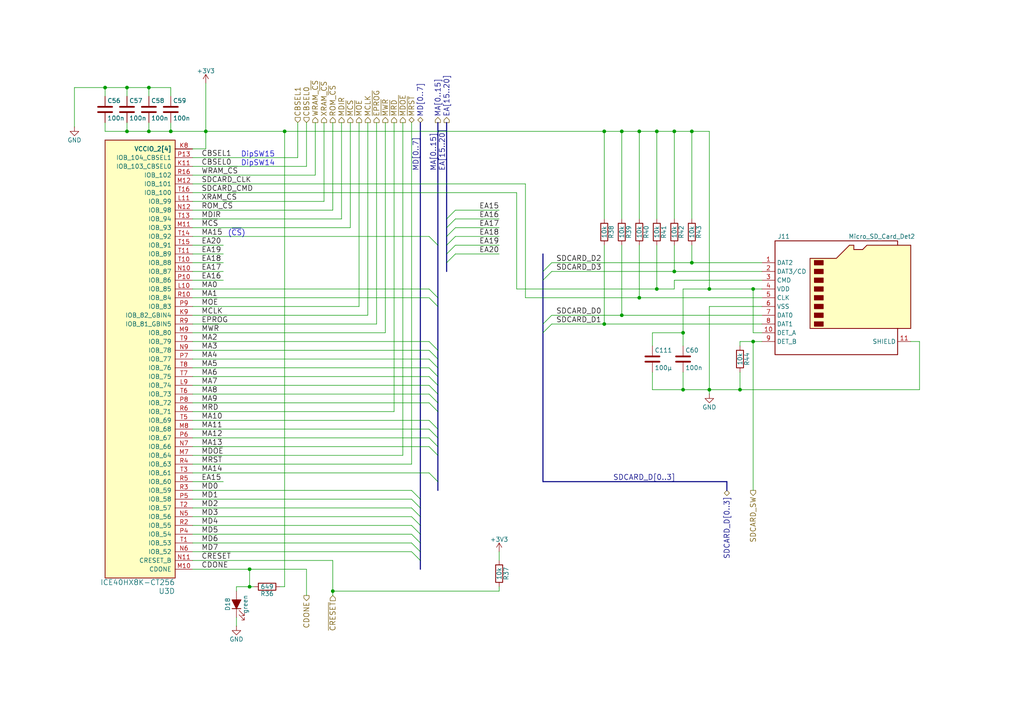
<source format=kicad_sch>
(kicad_sch (version 20231120) (generator "eeschema") (generator_version "8.0")
  (paper "A4")
  (title_block (title "Game Boy reverse eng. FPGA board") (date "2024-12-09") (rev "1") (company "CC-BY-SA-4.0 Michael Singer") (comment 1 "https://github.com/msinger/gbreveng/") (comment 2 "http://iceboy.a-singer.de/"))
  (lib_symbols
    (symbol "Connector:Micro_SD_Card_Det2"
      (property "Reference" "J" (at -16.51 17.78 0))
      (property "Value" "Micro_SD_Card_Det2" (at 16.51 17.78 0))
      (symbol "Micro_SD_Card_Det2_0_1"
        (rectangle (start -7.62 -6.985) (end -5.08 -8.255) (stroke (width 0.254)) (fill (type outline)))
        (rectangle (start -7.62 -4.445) (end -5.08 -5.715) (stroke (width 0.254)) (fill (type outline)))
        (rectangle (start -7.62 -1.905) (end -5.08 -3.175) (stroke (width 0.254)) (fill (type outline)))
        (rectangle (start -7.62 0.635) (end -5.08 -0.635) (stroke (width 0.254)) (fill (type outline)))
        (rectangle (start -7.62 3.175) (end -5.08 1.905) (stroke (width 0.254)) (fill (type outline)))
        (rectangle (start -7.62 5.715) (end -5.08 4.445) (stroke (width 0.254)) (fill (type outline)))
        (rectangle (start -7.62 8.255) (end -5.08 6.985) (stroke (width 0.254)) (fill (type outline)))
        (rectangle (start -7.62 10.795) (end -5.08 9.525) (stroke (width 0.254)) (fill (type outline)))
        (polyline (pts (xy 16.51 15.24) (xy 16.51 16.51) (xy -19.05 16.51) (xy -19.05 -16.51) (xy 16.51 -16.51) (xy 16.51 -8.89)) (stroke (width 0.254)))
        (polyline (pts (xy -8.89 -8.89) (xy -8.89 11.43) (xy -1.27 11.43) (xy 2.54 15.24) (xy 3.81 15.24) (xy 3.81 13.97) (xy 6.35 13.97) (xy 7.62 15.24) (xy 20.32 15.24) (xy 20.32 -8.89) (xy -8.89 -8.89)) (stroke (width 0.254)) (fill (type background)))
      )
      (symbol "Micro_SD_Card_Det2_1_1"
        (pin bidirectional line (at -22.86 10.16 0) (length 3.81) (name "DAT2") (number "1"))
        (pin passive line (at -22.86 -10.16 0) (length 3.81) (name "DET_A") (number "10"))
        (pin passive line (at 20.32 -12.7 180) (length 3.81) (name "SHIELD") (number "11"))
        (pin bidirectional line (at -22.86 7.62 0) (length 3.81) (name "DAT3/CD") (number "2"))
        (pin input line (at -22.86 5.08 0) (length 3.81) (name "CMD") (number "3"))
        (pin power_in line (at -22.86 2.54 0) (length 3.81) (name "VDD") (number "4"))
        (pin input line (at -22.86 0 0) (length 3.81) (name "CLK") (number "5"))
        (pin power_in line (at -22.86 -2.54 0) (length 3.81) (name "VSS") (number "6"))
        (pin bidirectional line (at -22.86 -5.08 0) (length 3.81) (name "DAT0") (number "7"))
        (pin bidirectional line (at -22.86 -7.62 0) (length 3.81) (name "DAT1") (number "8"))
        (pin passive line (at -22.86 -12.7 0) (length 3.81) (name "DET_B") (number "9"))
      )
    )
    (symbol "Device:C" (pin_numbers hide) (pin_names (offset 0.254))
      (property "Reference" "C" (at 0.635 2.54 0))
      (property "Value" "C" (at 0.635 -2.54 0))
      (symbol "C_0_1"
        (polyline (pts (xy -2.032 -0.762) (xy 2.032 -0.762)) (stroke (width 0.508)))
        (polyline (pts (xy -2.032 0.762) (xy 2.032 0.762)) (stroke (width 0.508)))
      )
      (symbol "C_1_1"
        (pin passive line (at 0 3.81 270) (length 2.794) (name "~") (number "1"))
        (pin passive line (at 0 -3.81 90) (length 2.794) (name "~") (number "2"))
      )
    )
    (symbol "Device:LED_Filled" (pin_numbers hide) (pin_names (offset 1.016) hide)
      (property "Reference" "D" (at 0 2.54 0))
      (property "Value" "LED_Filled" (at 0 -2.54 0))
      (symbol "LED_Filled_0_1"
        (polyline (pts (xy -1.27 -1.27) (xy -1.27 1.27)) (stroke (width 0.254)))
        (polyline (pts (xy -1.27 0) (xy 1.27 0)))
        (polyline (pts (xy 1.27 -1.27) (xy 1.27 1.27) (xy -1.27 0) (xy 1.27 -1.27)) (stroke (width 0.254)) (fill (type outline)))
        (polyline (pts (xy -3.048 -0.762) (xy -4.572 -2.286) (xy -3.81 -2.286) (xy -4.572 -2.286) (xy -4.572 -1.524)))
        (polyline (pts (xy -1.778 -0.762) (xy -3.302 -2.286) (xy -2.54 -2.286) (xy -3.302 -2.286) (xy -3.302 -1.524)))
      )
      (symbol "LED_Filled_1_1"
        (pin passive line (at -3.81 0 0) (length 2.54) (name "K") (number "1"))
        (pin passive line (at 3.81 0 180) (length 2.54) (name "A") (number "2"))
      )
    )
    (symbol "Device:R" (pin_numbers hide) (pin_names (offset 0))
      (property "Reference" "R" (at 2.032 0 90))
      (property "Value" "R" (at 0 0 90))
      (symbol "R_0_1"
        (rectangle (start -1.016 -2.54) (end 1.016 2.54) (stroke (width 0.254)))
      )
      (symbol "R_1_1"
        (pin passive line (at 0 3.81 270) (length 1.27) (name "~") (number "1"))
        (pin passive line (at 0 -3.81 90) (length 1.27) (name "~") (number "2"))
      )
    )
    (symbol "FPGA_Lattice_ICE40HX8K:ICE40HX8K-CT256" (pin_names (offset 1.016))
      (property "Reference" "U" (at 5.08 6.35 0))
      (property "Value" "ICE40HX8K-CT256" (at 5.08 3.81 0))
      (symbol "ICE40HX8K-CT256_1_1"
        (rectangle (start 5.08 2.54) (end 17.78 -22.86) (stroke (width 0.254)) (fill (type background)))
        (pin power_in line (at 0 -5.08 0) (length 5.08) (name "GND[18]") (number "A12"))
        (pin power_in line (at 0 -15.24 0) (length 5.08) (name "VCC[6]") (number "A14"))
        (pin power_in line (at 0 -5.08 0) (length 5.08) (name "GND[18]") (number "A4"))
        (pin power_in line (at 0 -20.32 0) (length 5.08) (name "VPP_FAST") (number "D12"))
        (pin power_in line (at 0 -17.78 0) (length 5.08) (name "VPP_2V5") (number "E12"))
        (pin power_in line (at 0 -5.08 0) (length 5.08) (name "GND[18]") (number "E15"))
        (pin power_in line (at 0 -2.54 0) (length 5.08) (name "GNDPLL1") (number "E7"))
        (pin power_in line (at 0 -12.7 0) (length 5.08) (name "VCCPLL1") (number "E8"))
        (pin power_in line (at 0 -15.24 0) (length 5.08) (name "VCC[6]") (number "F10"))
        (pin power_in line (at 0 -15.24 0) (length 5.08) (name "VCC[6]") (number "F6"))
        (pin power_in line (at 0 -5.08 0) (length 5.08) (name "GND[18]") (number "G7"))
        (pin power_in line (at 0 -5.08 0) (length 5.08) (name "GND[18]") (number "G8"))
        (pin power_in line (at 0 -5.08 0) (length 5.08) (name "GND[18]") (number "G9"))
        (pin power_in line (at 0 -5.08 0) (length 5.08) (name "GND[18]") (number "H7"))
        (pin power_in line (at 0 -5.08 0) (length 5.08) (name "GND[18]") (number "H8"))
        (pin power_in line (at 0 -5.08 0) (length 5.08) (name "GND[18]") (number "H9"))
        (pin power_in line (at 0 -5.08 0) (length 5.08) (name "GND[18]") (number "J7"))
        (pin power_in line (at 0 -5.08 0) (length 5.08) (name "GND[18]") (number "J8"))
        (pin power_in line (at 0 -5.08 0) (length 5.08) (name "GND[18]") (number "J9"))
        (pin power_in line (at 0 -15.24 0) (length 5.08) (name "VCC[6]") (number "K10"))
        (pin power_in line (at 0 -5.08 0) (length 5.08) (name "GND[18]") (number "K2"))
        (pin power_in line (at 0 -15.24 0) (length 5.08) (name "VCC[6]") (number "K6"))
        (pin power_in line (at 0 -5.08 0) (length 5.08) (name "GND[18]") (number "K7"))
        (pin power_in line (at 0 -5.08 0) (length 5.08) (name "GND[18]") (number "L15"))
        (pin power_in line (at 0 -15.24 0) (length 5.08) (name "VCC[6]") (number "L2"))
        (pin power_in line (at 0 -10.16 0) (length 5.08) (name "VCCPLL0") (number "L8"))
        (pin passive line (at 0 -7.62 0) (length 5.08) (name "NC") (number "N14"))
        (pin power_in line (at 0 0 0) (length 5.08) (name "GNDPLL0") (number "N8"))
        (pin power_in line (at 0 -5.08 0) (length 5.08) (name "GND[18]") (number "R7"))
        (pin power_in line (at 0 -5.08 0) (length 5.08) (name "GND[18]") (number "T12"))
        (pin power_in line (at 0 -5.08 0) (length 5.08) (name "GND[18]") (number "T4"))
      )
      (symbol "ICE40HX8K-CT256_2_1"
        (rectangle (start 5.08 2.54) (end 25.4 -134.62) (stroke (width 0.254)) (fill (type background)))
        (pin bidirectional line (at 0 -111.76 0) (length 5.08) (name "IOT_220") (number "A1"))
        (pin bidirectional line (at 0 -43.18 0) (length 5.08) (name "IOT_186") (number "A10"))
        (pin bidirectional line (at 0 -45.72 0) (length 5.08) (name "IOT_187") (number "A11"))
        (pin power_in line (at 0 -132.08 0) (length 5.08) (name "VCCIO_0[4]") (number "A13"))
        (pin bidirectional line (at 0 -20.32 0) (length 5.08) (name "IOT_177") (number "A15"))
        (pin bidirectional line (at 0 -17.78 0) (length 5.08) (name "IOT_176") (number "A16"))
        (pin bidirectional line (at 0 -106.68 0) (length 5.08) (name "IOT_218") (number "A2"))
        (pin power_in line (at 0 -132.08 0) (length 5.08) (name "VCCIO_0[4]") (number "A3"))
        (pin bidirectional line (at 0 -96.52 0) (length 5.08) (name "IOT_213") (number "A5"))
        (pin bidirectional line (at 0 -91.44 0) (length 5.08) (name "IOT_211") (number "A6"))
        (pin bidirectional line (at 0 -76.2 0) (length 5.08) (name "IOT_205") (number "A7"))
        (pin power_in line (at 0 -132.08 0) (length 5.08) (name "VCCIO_0[4]") (number "A8"))
        (pin bidirectional line (at 0 -58.42 0) (length 5.08) (name "IOT_194") (number "A9"))
        (pin bidirectional line (at 0 -35.56 0) (length 5.08) (name "IOT_183") (number "B10"))
        (pin bidirectional line (at 0 -38.1 0) (length 5.08) (name "IOT_184") (number "B11"))
        (pin bidirectional line (at 0 -33.02 0) (length 5.08) (name "IOT_182") (number "B12"))
        (pin bidirectional line (at 0 -22.86 0) (length 5.08) (name "IOT_178") (number "B13"))
        (pin bidirectional line (at 0 -7.62 0) (length 5.08) (name "IOT_171") (number "B14"))
        (pin bidirectional line (at 0 -2.54 0) (length 5.08) (name "IOT_169") (number "B15"))
        (pin bidirectional line (at 0 -119.38 0) (length 5.08) (name "IOT_223") (number "B3"))
        (pin bidirectional line (at 0 -104.14 0) (length 5.08) (name "IOT_216") (number "B4"))
        (pin bidirectional line (at 0 -99.06 0) (length 5.08) (name "IOT_214") (number "B5"))
        (pin bidirectional line (at 0 -83.82 0) (length 5.08) (name "IOT_208") (number "B6"))
        (pin bidirectional line (at 0 -81.28 0) (length 5.08) (name "IOT_207") (number "B7"))
        (pin bidirectional line (at 0 -73.66 0) (length 5.08) (name "IOT_203") (number "B8"))
        (pin bidirectional line (at 0 -68.58 0) (length 5.08) (name "IOT_199") (number "B9"))
        (pin bidirectional line (at 0 -40.64 0) (length 5.08) (name "IOT_185") (number "C10"))
        (pin bidirectional line (at 0 -27.94 0) (length 5.08) (name "IOT_180") (number "C11"))
        (pin bidirectional line (at 0 -10.16 0) (length 5.08) (name "IOT_172") (number "C12"))
        (pin bidirectional line (at 0 -15.24 0) (length 5.08) (name "IOT_174") (number "C13"))
        (pin bidirectional line (at 0 0 0) (length 5.08) (name "IOT_168") (number "C14"))
        (pin bidirectional line (at 0 -129.54 0) (length 5.08) (name "IOT_227") (number "C3"))
        (pin bidirectional line (at 0 -116.84 0) (length 5.08) (name "IOT_222") (number "C4"))
        (pin bidirectional line (at 0 -114.3 0) (length 5.08) (name "IOT_221") (number "C5"))
        (pin bidirectional line (at 0 -86.36 0) (length 5.08) (name "IOT_209") (number "C6"))
        (pin bidirectional line (at 0 -78.74 0) (length 5.08) (name "IOT_206") (number "C7"))
        (pin bidirectional line (at 0 -63.5 0) (length 5.08) (name "IOT_197_GBIN1") (number "C8"))
        (pin bidirectional line (at 0 -50.8 0) (length 5.08) (name "IOT_191") (number "C9"))
        (pin bidirectional line (at 0 -48.26 0) (length 5.08) (name "IOT_190") (number "D10"))
        (pin bidirectional line (at 0 -30.48 0) (length 5.08) (name "IOT_181") (number "D11"))
        (pin bidirectional line (at 0 -5.08 0) (length 5.08) (name "IOT_170") (number "D13"))
        (pin bidirectional line (at 0 -127 0) (length 5.08) (name "IOT_226") (number "D3"))
        (pin bidirectional line (at 0 -121.92 0) (length 5.08) (name "IOT_224") (number "D4"))
        (pin bidirectional line (at 0 -109.22 0) (length 5.08) (name "IOT_219") (number "D5"))
        (pin bidirectional line (at 0 -93.98 0) (length 5.08) (name "IOT_212") (number "D6"))
        (pin bidirectional line (at 0 -88.9 0) (length 5.08) (name "IOT_210") (number "D7"))
        (pin bidirectional line (at 0 -71.12 0) (length 5.08) (name "IOT_200") (number "D8"))
        (pin bidirectional line (at 0 -55.88 0) (length 5.08) (name "IOT_193") (number "D9"))
        (pin bidirectional line (at 0 -25.4 0) (length 5.08) (name "IOT_179") (number "E10"))
        (pin bidirectional line (at 0 -12.7 0) (length 5.08) (name "IOT_173") (number "E11"))
        (pin bidirectional line (at 0 -124.46 0) (length 5.08) (name "IOT_225") (number "E5"))
        (pin bidirectional line (at 0 -101.6 0) (length 5.08) (name "IOT_215") (number "E6"))
        (pin bidirectional line (at 0 -53.34 0) (length 5.08) (name "IOT_192") (number "E9"))
        (pin bidirectional line (at 0 -66.04 0) (length 5.08) (name "IOT_198_GBIN0") (number "F7"))
        (pin power_in line (at 0 -132.08 0) (length 5.08) (name "VCCIO_0[4]") (number "F8"))
        (pin bidirectional line (at 0 -60.96 0) (length 5.08) (name "IOT_196") (number "F9"))
      )
      (symbol "ICE40HX8K-CT256_3_1"
        (rectangle (start 5.08 2.54) (end 25.4 -134.62) (stroke (width 0.254)) (fill (type background)))
        (pin bidirectional line (at 0 -124.46 0) (length 5.08) (name "IOR_165") (number "B16"))
        (pin power_in line (at 0 -132.08 0) (length 5.08) (name "VCCIO_1[4]") (number "C15"))
        (pin bidirectional line (at 0 -119.38 0) (length 5.08) (name "IOR_161") (number "C16"))
        (pin bidirectional line (at 0 -129.54 0) (length 5.08) (name "IOR_167") (number "D14"))
        (pin bidirectional line (at 0 -111.76 0) (length 5.08) (name "IOR_157") (number "D15"))
        (pin bidirectional line (at 0 -101.6 0) (length 5.08) (name "IOR_153") (number "D16"))
        (pin bidirectional line (at 0 -127 0) (length 5.08) (name "IOR_166") (number "E13"))
        (pin bidirectional line (at 0 -116.84 0) (length 5.08) (name "IOR_160") (number "E14"))
        (pin bidirectional line (at 0 -96.52 0) (length 5.08) (name "IOR_151") (number "E16"))
        (pin bidirectional line (at 0 -114.3 0) (length 5.08) (name "IOR_158") (number "F11"))
        (pin bidirectional line (at 0 -109.22 0) (length 5.08) (name "IOR_156") (number "F12"))
        (pin bidirectional line (at 0 -121.92 0) (length 5.08) (name "IOR_162") (number "F13"))
        (pin bidirectional line (at 0 -106.68 0) (length 5.08) (name "IOR_155") (number "F14"))
        (pin bidirectional line (at 0 -91.44 0) (length 5.08) (name "IOR_149") (number "F15"))
        (pin bidirectional line (at 0 -86.36 0) (length 5.08) (name "IOR_147") (number "F16"))
        (pin bidirectional line (at 0 -83.82 0) (length 5.08) (name "IOR_146") (number "G10"))
        (pin bidirectional line (at 0 -88.9 0) (length 5.08) (name "IOR_148") (number "G11"))
        (pin bidirectional line (at 0 -104.14 0) (length 5.08) (name "IOR_154") (number "G12"))
        (pin bidirectional line (at 0 -99.06 0) (length 5.08) (name "IOR_152") (number "G13"))
        (pin bidirectional line (at 0 -93.98 0) (length 5.08) (name "IOR_150") (number "G14"))
        (pin bidirectional line (at 0 -81.28 0) (length 5.08) (name "IOR_145") (number "G15"))
        (pin bidirectional line (at 0 -76.2 0) (length 5.08) (name "IOR_143") (number "G16"))
        (pin power_in line (at 0 -132.08 0) (length 5.08) (name "VCCIO_1[4]") (number "H10"))
        (pin bidirectional line (at 0 -68.58 0) (length 5.08) (name "IOR_140_GBIN3") (number "H11"))
        (pin bidirectional line (at 0 -78.74 0) (length 5.08) (name "IOR_144") (number "H12"))
        (pin bidirectional line (at 0 -66.04 0) (length 5.08) (name "IOR_139") (number "H13"))
        (pin bidirectional line (at 0 -73.66 0) (length 5.08) (name "IOR_142") (number "H14"))
        (pin power_in line (at 0 -132.08 0) (length 5.08) (name "VCCIO_1[4]") (number "H15"))
        (pin bidirectional line (at 0 -71.12 0) (length 5.08) (name "IOR_141_GBIN2") (number "H16"))
        (pin bidirectional line (at 0 -33.02 0) (length 5.08) (name "IOR_122") (number "J10"))
        (pin bidirectional line (at 0 -38.1 0) (length 5.08) (name "IOR_126") (number "J11"))
        (pin bidirectional line (at 0 -58.42 0) (length 5.08) (name "IOR_136") (number "J12"))
        (pin bidirectional line (at 0 -60.96 0) (length 5.08) (name "IOR_137") (number "J13"))
        (pin bidirectional line (at 0 -55.88 0) (length 5.08) (name "IOR_134") (number "J14"))
        (pin bidirectional line (at 0 -48.26 0) (length 5.08) (name "IOR_130") (number "J15"))
        (pin bidirectional line (at 0 -63.5 0) (length 5.08) (name "IOR_138") (number "J16"))
        (pin bidirectional line (at 0 -27.94 0) (length 5.08) (name "IOR_120") (number "K12"))
        (pin bidirectional line (at 0 -43.18 0) (length 5.08) (name "IOR_128") (number "K13"))
        (pin bidirectional line (at 0 -45.72 0) (length 5.08) (name "IOR_129") (number "K14"))
        (pin bidirectional line (at 0 -50.8 0) (length 5.08) (name "IOR_131") (number "K15"))
        (pin bidirectional line (at 0 -53.34 0) (length 5.08) (name "IOR_133") (number "K16"))
        (pin bidirectional line (at 0 -17.78 0) (length 5.08) (name "IOR_116") (number "L12"))
        (pin bidirectional line (at 0 -22.86 0) (length 5.08) (name "IOR_118") (number "L13"))
        (pin bidirectional line (at 0 -25.4 0) (length 5.08) (name "IOR_119") (number "L14"))
        (pin bidirectional line (at 0 -40.64 0) (length 5.08) (name "IOR_127") (number "L16"))
        (pin bidirectional line (at 0 -12.7 0) (length 5.08) (name "IOR_114") (number "M13"))
        (pin bidirectional line (at 0 -15.24 0) (length 5.08) (name "IOR_115") (number "M14"))
        (pin bidirectional line (at 0 -35.56 0) (length 5.08) (name "IOR_123") (number "M15"))
        (pin bidirectional line (at 0 -30.48 0) (length 5.08) (name "IOR_121") (number "M16"))
        (pin power_in line (at 0 -132.08 0) (length 5.08) (name "VCCIO_1[4]") (number "N15"))
        (pin bidirectional line (at 0 -20.32 0) (length 5.08) (name "IOR_117") (number "N16"))
        (pin bidirectional line (at 0 -5.08 0) (length 5.08) (name "IOR_111") (number "P14"))
        (pin bidirectional line (at 0 -7.62 0) (length 5.08) (name "IOR_112") (number "P15"))
        (pin bidirectional line (at 0 -10.16 0) (length 5.08) (name "IOR_113") (number "P16"))
        (pin bidirectional line (at 0 0 0) (length 5.08) (name "IOR_109") (number "R14"))
        (pin bidirectional line (at 0 -2.54 0) (length 5.08) (name "IOR_110") (number "R15"))
      )
      (symbol "ICE40HX8K-CT256_4_1"
        (rectangle (start 5.08 2.54) (end 25.4 -124.46) (stroke (width 0.254)) (fill (type background)))
        (pin bidirectional line (at 0 -116.84 0) (length 5.08) (name "IOB_103_CBSEL0") (number "K11"))
        (pin power_in line (at 0 -121.92 0) (length 5.08) (name "VCCIO_2[4]") (number "K8"))
        (pin bidirectional line (at 0 -73.66 0) (length 5.08) (name "IOB_82_GBIN4") (number "K9"))
        (pin bidirectional line (at 0 -81.28 0) (length 5.08) (name "IOB_85") (number "L10"))
        (pin bidirectional line (at 0 -106.68 0) (length 5.08) (name "IOB_99") (number "L11"))
        (pin bidirectional line (at 0 -53.34 0) (length 5.08) (name "IOB_74") (number "L9"))
        (pin output line (at 0 0 0) (length 5.08) (name "CDONE") (number "M10"))
        (pin bidirectional line (at 0 -99.06 0) (length 5.08) (name "IOB_93") (number "M11"))
        (pin bidirectional line (at 0 -111.76 0) (length 5.08) (name "IOB_101") (number "M12"))
        (pin bidirectional line (at 0 -33.02 0) (length 5.08) (name "IOB_64") (number "M7"))
        (pin bidirectional line (at 0 -40.64 0) (length 5.08) (name "IOB_68") (number "M8"))
        (pin bidirectional line (at 0 -68.58 0) (length 5.08) (name "IOB_80") (number "M9"))
        (pin bidirectional line (at 0 -86.36 0) (length 5.08) (name "IOB_87") (number "N10"))
        (pin input line (at 0 -2.54 0) (length 5.08) (name "CRESET_B") (number "N11"))
        (pin bidirectional line (at 0 -104.14 0) (length 5.08) (name "IOB_98") (number "N12"))
        (pin bidirectional line (at 0 -15.24 0) (length 5.08) (name "IOB_56") (number "N5"))
        (pin bidirectional line (at 0 -5.08 0) (length 5.08) (name "IOB_52") (number "N6"))
        (pin bidirectional line (at 0 -35.56 0) (length 5.08) (name "IOB_66") (number "N7"))
        (pin bidirectional line (at 0 -63.5 0) (length 5.08) (name "IOB_78") (number "N9"))
        (pin bidirectional line (at 0 -83.82 0) (length 5.08) (name "IOB_86") (number "P10"))
        (pin bidirectional line (at 0 -119.38 0) (length 5.08) (name "IOB_104_CBSEL1") (number "P13"))
        (pin power_in line (at 0 -121.92 0) (length 5.08) (name "VCCIO_2[4]") (number "P3"))
        (pin bidirectional line (at 0 -10.16 0) (length 5.08) (name "IOB_54") (number "P4"))
        (pin bidirectional line (at 0 -20.32 0) (length 5.08) (name "IOB_58") (number "P5"))
        (pin bidirectional line (at 0 -38.1 0) (length 5.08) (name "IOB_67") (number "P6"))
        (pin bidirectional line (at 0 -60.96 0) (length 5.08) (name "IOB_77") (number "P7"))
        (pin bidirectional line (at 0 -48.26 0) (length 5.08) (name "IOB_72") (number "P8"))
        (pin bidirectional line (at 0 -76.2 0) (length 5.08) (name "IOB_83") (number "P9"))
        (pin bidirectional line (at 0 -78.74 0) (length 5.08) (name "IOB_84") (number "R10"))
        (pin power_in line (at 0 -121.92 0) (length 5.08) (name "VCCIO_2[4]") (number "R13"))
        (pin bidirectional line (at 0 -114.3 0) (length 5.08) (name "IOB_102") (number "R16"))
        (pin bidirectional line (at 0 -12.7 0) (length 5.08) (name "IOB_55") (number "R2"))
        (pin bidirectional line (at 0 -22.86 0) (length 5.08) (name "IOB_59") (number "R3"))
        (pin bidirectional line (at 0 -30.48 0) (length 5.08) (name "IOB_63") (number "R4"))
        (pin bidirectional line (at 0 -25.4 0) (length 5.08) (name "IOB_60") (number "R5"))
        (pin bidirectional line (at 0 -45.72 0) (length 5.08) (name "IOB_71") (number "R6"))
        (pin power_in line (at 0 -121.92 0) (length 5.08) (name "VCCIO_2[4]") (number "R8"))
        (pin bidirectional line (at 0 -71.12 0) (length 5.08) (name "IOB_81_GBIN5") (number "R9"))
        (pin bidirectional line (at 0 -7.62 0) (length 5.08) (name "IOB_53") (number "T1"))
        (pin bidirectional line (at 0 -88.9 0) (length 5.08) (name "IOB_88") (number "T10"))
        (pin bidirectional line (at 0 -91.44 0) (length 5.08) (name "IOB_89") (number "T11"))
        (pin bidirectional line (at 0 -101.6 0) (length 5.08) (name "IOB_94") (number "T13"))
        (pin bidirectional line (at 0 -96.52 0) (length 5.08) (name "IOB_92") (number "T14"))
        (pin bidirectional line (at 0 -93.98 0) (length 5.08) (name "IOB_91") (number "T15"))
        (pin bidirectional line (at 0 -109.22 0) (length 5.08) (name "IOB_100") (number "T16"))
        (pin bidirectional line (at 0 -17.78 0) (length 5.08) (name "IOB_57") (number "T2"))
        (pin bidirectional line (at 0 -27.94 0) (length 5.08) (name "IOB_61") (number "T3"))
        (pin bidirectional line (at 0 -43.18 0) (length 5.08) (name "IOB_69") (number "T5"))
        (pin bidirectional line (at 0 -50.8 0) (length 5.08) (name "IOB_73") (number "T6"))
        (pin bidirectional line (at 0 -55.88 0) (length 5.08) (name "IOB_75") (number "T7"))
        (pin bidirectional line (at 0 -58.42 0) (length 5.08) (name "IOB_76") (number "T8"))
        (pin bidirectional line (at 0 -66.04 0) (length 5.08) (name "IOB_79") (number "T9"))
      )
      (symbol "ICE40HX8K-CT256_5_1"
        (rectangle (start 5.08 2.54) (end 25.4 -134.62) (stroke (width 0.254)) (fill (type background)))
        (pin bidirectional line (at 0 -7.62 0) (length 5.08) (name "IOL_2B") (number "B1"))
        (pin bidirectional line (at 0 -2.54 0) (length 5.08) (name "IOL_1B") (number "B2"))
        (pin bidirectional line (at 0 -10.16 0) (length 5.08) (name "IOL_3A") (number "C1"))
        (pin bidirectional line (at 0 -12.7 0) (length 5.08) (name "IOL_3B") (number "C2"))
        (pin bidirectional line (at 0 -22.86 0) (length 5.08) (name "IOL_5B") (number "D1"))
        (pin bidirectional line (at 0 -17.78 0) (length 5.08) (name "IOL_4B") (number "D2"))
        (pin power_in line (at 0 -132.08 0) (length 5.08) (name "VCCIO_3[4]") (number "E1"))
        (pin bidirectional line (at 0 -33.02 0) (length 5.08) (name "IOL_7B") (number "E2"))
        (pin bidirectional line (at 0 -27.94 0) (length 5.08) (name "IOL_6B") (number "E3"))
        (pin bidirectional line (at 0 0 0) (length 5.08) (name "IOL_1A") (number "E4"))
        (pin bidirectional line (at 0 -48.26 0) (length 5.08) (name "IOL_10B") (number "F1"))
        (pin bidirectional line (at 0 -43.18 0) (length 5.08) (name "IOL_9B") (number "F2"))
        (pin bidirectional line (at 0 -38.1 0) (length 5.08) (name "IOL_8B") (number "F3"))
        (pin bidirectional line (at 0 -15.24 0) (length 5.08) (name "IOL_4A") (number "F4"))
        (pin bidirectional line (at 0 -5.08 0) (length 5.08) (name "IOL_2A") (number "F5"))
        (pin bidirectional line (at 0 -63.5 0) (length 5.08) (name "IOL_13B_GBIN7") (number "G1"))
        (pin bidirectional line (at 0 -53.34 0) (length 5.08) (name "IOL_11B") (number "G2"))
        (pin bidirectional line (at 0 -35.56 0) (length 5.08) (name "IOL_8A") (number "G3"))
        (pin bidirectional line (at 0 -25.4 0) (length 5.08) (name "IOL_6A") (number "G4"))
        (pin bidirectional line (at 0 -20.32 0) (length 5.08) (name "IOL_5A") (number "G5"))
        (pin power_in line (at 0 -132.08 0) (length 5.08) (name "VCCIO_3[4]") (number "G6"))
        (pin bidirectional line (at 0 -68.58 0) (length 5.08) (name "IOL_14B") (number "H1"))
        (pin bidirectional line (at 0 -58.42 0) (length 5.08) (name "IOL_12B") (number "H2"))
        (pin bidirectional line (at 0 -40.64 0) (length 5.08) (name "IOL_9A") (number "H3"))
        (pin bidirectional line (at 0 -50.8 0) (length 5.08) (name "IOL_11A") (number "H4"))
        (pin bidirectional line (at 0 -30.48 0) (length 5.08) (name "IOL_7A") (number "H5"))
        (pin bidirectional line (at 0 -45.72 0) (length 5.08) (name "IOL_10A") (number "H6"))
        (pin bidirectional line (at 0 -73.66 0) (length 5.08) (name "IOL_15B") (number "J1"))
        (pin bidirectional line (at 0 -71.12 0) (length 5.08) (name "IOL_15A") (number "J2"))
        (pin bidirectional line (at 0 -66.04 0) (length 5.08) (name "IOL_14A_GBIN6") (number "J3"))
        (pin bidirectional line (at 0 -55.88 0) (length 5.08) (name "IOL_12A") (number "J4"))
        (pin bidirectional line (at 0 -60.96 0) (length 5.08) (name "IOL_13A") (number "J5"))
        (pin power_in line (at 0 -132.08 0) (length 5.08) (name "VCCIO_3[4]") (number "J6"))
        (pin bidirectional line (at 0 -76.2 0) (length 5.08) (name "IOL_16A") (number "K1"))
        (pin bidirectional line (at 0 -78.74 0) (length 5.08) (name "IOL_16B") (number "K3"))
        (pin bidirectional line (at 0 -86.36 0) (length 5.08) (name "IOL_18A") (number "K4"))
        (pin bidirectional line (at 0 -96.52 0) (length 5.08) (name "IOL_20A") (number "K5"))
        (pin bidirectional line (at 0 -83.82 0) (length 5.08) (name "IOL_17B") (number "L1"))
        (pin bidirectional line (at 0 -93.98 0) (length 5.08) (name "IOL_19B") (number "L3"))
        (pin bidirectional line (at 0 -81.28 0) (length 5.08) (name "IOL_17A") (number "L4"))
        (pin bidirectional line (at 0 -111.76 0) (length 5.08) (name "IOL_23A") (number "L5"))
        (pin bidirectional line (at 0 -91.44 0) (length 5.08) (name "IOL_19A") (number "L6"))
        (pin bidirectional line (at 0 -101.6 0) (length 5.08) (name "IOL_21A") (number "L7"))
        (pin bidirectional line (at 0 -88.9 0) (length 5.08) (name "IOL_18B") (number "M1"))
        (pin bidirectional line (at 0 -99.06 0) (length 5.08) (name "IOL_20B") (number "M2"))
        (pin bidirectional line (at 0 -109.22 0) (length 5.08) (name "IOL_22B") (number "M3"))
        (pin bidirectional line (at 0 -119.38 0) (length 5.08) (name "IOL_24B") (number "M4"))
        (pin bidirectional line (at 0 -124.46 0) (length 5.08) (name "IOL_25B") (number "M5"))
        (pin bidirectional line (at 0 -106.68 0) (length 5.08) (name "IOL_22A") (number "M6"))
        (pin power_in line (at 0 -132.08 0) (length 5.08) (name "VCCIO_3[4]") (number "N1"))
        (pin bidirectional line (at 0 -104.14 0) (length 5.08) (name "IOL_21B") (number "N2"))
        (pin bidirectional line (at 0 -114.3 0) (length 5.08) (name "IOL_23B") (number "N3"))
        (pin bidirectional line (at 0 -129.54 0) (length 5.08) (name "IOL_26B") (number "N4"))
        (pin bidirectional line (at 0 -116.84 0) (length 5.08) (name "IOL_24A") (number "P1"))
        (pin bidirectional line (at 0 -121.92 0) (length 5.08) (name "IOL_25A") (number "P2"))
        (pin bidirectional line (at 0 -127 0) (length 5.08) (name "IOL_26A") (number "R1"))
      )
      (symbol "ICE40HX8K-CT256_6_1"
        (rectangle (start 5.08 2.54) (end 22.86 -12.7) (stroke (width 0.254)) (fill (type background)))
        (pin power_in line (at 0 -10.16 0) (length 5.08) (name "VCC_SPI") (number "N13"))
        (pin bidirectional line (at 0 -2.54 0) (length 5.08) (name "IOB_106_SDI") (number "P11"))
        (pin bidirectional line (at 0 0 0) (length 5.08) (name "IOB_105_SDO") (number "P12"))
        (pin bidirectional line (at 0 -5.08 0) (length 5.08) (name "IOB_107_SCK") (number "R11"))
        (pin bidirectional line (at 0 -7.62 0) (length 5.08) (name "IOB_108_SS") (number "R12"))
      )
    )
    (symbol "power:+3V3" (power) (pin_numbers hide) (pin_names (offset 0) hide)
      (property "Value" "+3V3" (at 0 3.556 0))
      (symbol "+3V3_0_1"
        (polyline (pts (xy -0.762 1.27) (xy 0 2.54)))
        (polyline (pts (xy 0 0) (xy 0 2.54)))
        (polyline (pts (xy 0 2.54) (xy 0.762 1.27)))
      )
      (symbol "+3V3_1_1"
        (pin power_in line (at 0 0 90) (length 0) (name "~") (number "1"))
      )
    )
    (symbol "power:GND" (power) (pin_numbers hide) (pin_names (offset 0) hide)
      (property "Value" "GND" (at 0 -3.81 0))
      (symbol "GND_0_1"
        (polyline (pts (xy 0 0) (xy 0 -1.27) (xy 1.27 -1.27) (xy 0 -2.54) (xy -1.27 -1.27) (xy 0 -1.27)))
      )
      (symbol "GND_1_1"
        (pin power_in line (at 0 0 270) (length 0) (name "~") (number "1"))
      )
    )
  )
  (junction (at 49.53 38.1))
  (junction (at 205.74 83.82))
  (junction (at 190.5 83.82))
  (junction (at 82.55 38.1))
  (junction (at 180.34 91.44))
  (junction (at 43.18 38.1))
  (junction (at 96.52 171.45))
  (junction (at 195.58 78.74))
  (junction (at 180.34 38.1))
  (junction (at 195.58 38.1))
  (junction (at 198.12 113.03))
  (junction (at 36.83 25.4))
  (junction (at 190.5 38.1))
  (junction (at 198.12 96.52))
  (junction (at 214.63 113.03))
  (junction (at 185.42 86.36))
  (junction (at 72.39 165.1))
  (junction (at 175.26 38.1))
  (junction (at 36.83 38.1))
  (junction (at 43.18 25.4))
  (junction (at 218.44 83.82))
  (junction (at 205.74 113.03))
  (junction (at 175.26 93.98))
  (junction (at 185.42 38.1))
  (junction (at 30.48 25.4))
  (junction (at 72.39 170.18))
  (junction (at 200.66 38.1))
  (junction (at 200.66 76.2))
  (junction (at 59.69 38.1))
  (junction (at 218.44 99.06))
  (bus_entry (at 119.38 149.86) (size 2.54 2.54))
  (bus_entry (at 124.46 111.76) (size 2.54 2.54))
  (bus_entry (at 157.48 78.74) (size 2.54 -2.54))
  (bus_entry (at 119.38 142.24) (size 2.54 2.54))
  (bus_entry (at 119.38 154.94) (size 2.54 2.54))
  (bus_entry (at 124.46 137.16) (size 2.54 2.54))
  (bus_entry (at 129.54 71.12) (size 2.54 -2.54))
  (bus_entry (at 129.54 66.04) (size 2.54 -2.54))
  (bus_entry (at 124.46 114.3) (size 2.54 2.54))
  (bus_entry (at 119.38 147.32) (size 2.54 2.54))
  (bus_entry (at 124.46 129.54) (size 2.54 2.54))
  (bus_entry (at 129.54 73.66) (size 2.54 -2.54))
  (bus_entry (at 124.46 104.14) (size 2.54 2.54))
  (bus_entry (at 124.46 109.22) (size 2.54 2.54))
  (bus_entry (at 124.46 86.36) (size 2.54 2.54))
  (bus_entry (at 129.54 76.2) (size 2.54 -2.54))
  (bus_entry (at 124.46 106.68) (size 2.54 2.54))
  (bus_entry (at 119.38 144.78) (size 2.54 2.54))
  (bus_entry (at 124.46 124.46) (size 2.54 2.54))
  (bus_entry (at 119.38 152.4) (size 2.54 2.54))
  (bus_entry (at 124.46 101.6) (size 2.54 2.54))
  (bus_entry (at 124.46 127) (size 2.54 2.54))
  (bus_entry (at 157.48 96.52) (size 2.54 -2.54))
  (bus_entry (at 157.48 93.98) (size 2.54 -2.54))
  (bus_entry (at 124.46 68.58) (size 2.54 2.54))
  (bus_entry (at 119.38 160.02) (size 2.54 2.54))
  (bus_entry (at 129.54 68.58) (size 2.54 -2.54))
  (bus_entry (at 157.48 81.28) (size 2.54 -2.54))
  (bus_entry (at 124.46 116.84) (size 2.54 2.54))
  (bus_entry (at 119.38 157.48) (size 2.54 2.54))
  (bus_entry (at 129.54 63.5) (size 2.54 -2.54))
  (bus_entry (at 124.46 121.92) (size 2.54 2.54))
  (bus_entry (at 124.46 99.06) (size 2.54 2.54))
  (bus_entry (at 124.46 83.82) (size 2.54 2.54))
  (wire (pts (xy 200.66 71.12) (xy 200.66 76.2)))
  (wire (pts (xy 198.12 83.82) (xy 205.74 83.82)))
  (wire (pts (xy 205.74 83.82) (xy 218.44 83.82)))
  (wire (pts (xy 152.4 86.36) (xy 185.42 86.36)))
  (bus (pts (xy 127 129.54) (xy 127 132.08)))
  (bus (pts (xy 157.48 93.98) (xy 157.48 96.52)))
  (wire (pts (xy 55.88 142.24) (xy 119.38 142.24)))
  (wire (pts (xy 55.88 71.12) (xy 64.77 71.12)))
  (wire (pts (xy 36.83 35.56) (xy 36.83 38.1)))
  (wire (pts (xy 36.83 38.1) (xy 43.18 38.1)))
  (wire (pts (xy 185.42 38.1) (xy 190.5 38.1)))
  (wire (pts (xy 55.88 144.78) (xy 119.38 144.78)))
  (wire (pts (xy 55.88 132.08) (xy 116.84 132.08)))
  (wire (pts (xy 55.88 73.66) (xy 64.77 73.66)))
  (wire (pts (xy 36.83 27.94) (xy 36.83 25.4)))
  (wire (pts (xy 160.02 93.98) (xy 175.26 93.98)))
  (wire (pts (xy 55.88 149.86) (xy 119.38 149.86)))
  (wire (pts (xy 96.52 171.45) (xy 144.78 171.45)))
  (wire (pts (xy 119.38 134.62) (xy 119.38 35.56)))
  (wire (pts (xy 189.23 113.03) (xy 198.12 113.03)))
  (wire (pts (xy 104.14 88.9) (xy 104.14 35.56)))
  (wire (pts (xy 195.58 83.82) (xy 190.5 83.82)))
  (wire (pts (xy 220.98 96.52) (xy 218.44 96.52)))
  (wire (pts (xy 96.52 60.96) (xy 55.88 60.96)))
  (wire (pts (xy 195.58 63.5) (xy 195.58 38.1)))
  (wire (pts (xy 119.38 157.48) (xy 55.88 157.48)))
  (wire (pts (xy 49.53 38.1) (xy 59.69 38.1)))
  (wire (pts (xy 195.58 81.28) (xy 195.58 83.82)))
  (wire (pts (xy 86.36 35.56) (xy 86.36 45.72)))
  (bus (pts (xy 129.54 63.5) (xy 129.54 35.56)))
  (wire (pts (xy 55.88 129.54) (xy 124.46 129.54)))
  (bus (pts (xy 121.92 35.56) (xy 121.92 144.78)))
  (wire (pts (xy 55.88 162.56) (xy 96.52 162.56)))
  (bus (pts (xy 129.54 78.74) (xy 129.54 76.2)))
  (wire (pts (xy 96.52 60.96) (xy 96.52 35.56)))
  (wire (pts (xy 214.63 113.03) (xy 266.7 113.03)))
  (wire (pts (xy 55.88 78.74) (xy 64.77 78.74)))
  (wire (pts (xy 55.88 111.76) (xy 124.46 111.76)))
  (wire (pts (xy 99.06 63.5) (xy 55.88 63.5)))
  (wire (pts (xy 198.12 96.52) (xy 189.23 96.52)))
  (wire (pts (xy 205.74 88.9) (xy 205.74 113.03)))
  (wire (pts (xy 205.74 113.03) (xy 205.74 114.3)))
  (bus (pts (xy 127 111.76) (xy 127 114.3)))
  (wire (pts (xy 190.5 71.12) (xy 190.5 83.82)))
  (wire (pts (xy 59.69 24.13) (xy 59.69 38.1)))
  (wire (pts (xy 109.22 93.98) (xy 109.22 35.56)))
  (wire (pts (xy 68.58 170.18) (xy 72.39 170.18)))
  (wire (pts (xy 266.7 99.06) (xy 264.16 99.06)))
  (bus (pts (xy 127 132.08) (xy 127 139.7)))
  (wire (pts (xy 43.18 38.1) (xy 43.18 35.56)))
  (wire (pts (xy 106.68 91.44) (xy 106.68 35.56)))
  (bus (pts (xy 127 127) (xy 127 129.54)))
  (wire (pts (xy 55.88 114.3) (xy 124.46 114.3)))
  (wire (pts (xy 21.59 25.4) (xy 21.59 36.83)))
  (wire (pts (xy 96.52 171.45) (xy 96.52 172.72)))
  (wire (pts (xy 55.88 165.1) (xy 72.39 165.1)))
  (wire (pts (xy 82.55 38.1) (xy 175.26 38.1)))
  (wire (pts (xy 55.88 116.84) (xy 124.46 116.84)))
  (wire (pts (xy 55.88 55.88) (xy 149.86 55.88)))
  (wire (pts (xy 198.12 113.03) (xy 198.12 107.95)))
  (wire (pts (xy 149.86 83.82) (xy 149.86 55.88)))
  (wire (pts (xy 214.63 100.33) (xy 214.63 99.06)))
  (bus (pts (xy 127 104.14) (xy 127 106.68)))
  (wire (pts (xy 160.02 91.44) (xy 180.34 91.44)))
  (wire (pts (xy 30.48 25.4) (xy 21.59 25.4)))
  (wire (pts (xy 180.34 63.5) (xy 180.34 38.1)))
  (wire (pts (xy 55.88 81.28) (xy 64.77 81.28)))
  (bus (pts (xy 157.48 78.74) (xy 157.48 81.28)))
  (wire (pts (xy 220.98 91.44) (xy 180.34 91.44)))
  (wire (pts (xy 30.48 38.1) (xy 36.83 38.1)))
  (wire (pts (xy 220.98 93.98) (xy 175.26 93.98)))
  (bus (pts (xy 157.48 139.7) (xy 210.82 139.7)))
  (wire (pts (xy 43.18 38.1) (xy 49.53 38.1)))
  (wire (pts (xy 218.44 99.06) (xy 220.98 99.06)))
  (wire (pts (xy 220.98 88.9) (xy 205.74 88.9)))
  (wire (pts (xy 36.83 25.4) (xy 30.48 25.4)))
  (wire (pts (xy 49.53 27.94) (xy 49.53 25.4)))
  (wire (pts (xy 91.44 50.8) (xy 91.44 35.56)))
  (wire (pts (xy 160.02 78.74) (xy 195.58 78.74)))
  (wire (pts (xy 72.39 170.18) (xy 72.39 165.1)))
  (bus (pts (xy 129.54 73.66) (xy 129.54 71.12)))
  (wire (pts (xy 144.78 171.45) (xy 144.78 170.18)))
  (wire (pts (xy 198.12 113.03) (xy 205.74 113.03)))
  (wire (pts (xy 68.58 170.18) (xy 68.58 171.45)))
  (wire (pts (xy 55.88 139.7) (xy 64.77 139.7)))
  (wire (pts (xy 55.88 99.06) (xy 124.46 99.06)))
  (wire (pts (xy 189.23 113.03) (xy 189.23 107.95)))
  (bus (pts (xy 157.48 96.52) (xy 157.48 139.7)))
  (wire (pts (xy 59.69 38.1) (xy 59.69 43.18)))
  (bus (pts (xy 127 119.38) (xy 127 124.46)))
  (wire (pts (xy 220.98 81.28) (xy 195.58 81.28)))
  (wire (pts (xy 119.38 147.32) (xy 55.88 147.32)))
  (wire (pts (xy 132.08 66.04) (xy 144.78 66.04)))
  (wire (pts (xy 55.88 104.14) (xy 124.46 104.14)))
  (bus (pts (xy 157.48 73.66) (xy 157.48 78.74)))
  (wire (pts (xy 55.88 53.34) (xy 152.4 53.34)))
  (bus (pts (xy 127 86.36) (xy 127 88.9)))
  (wire (pts (xy 88.9 165.1) (xy 88.9 172.72)))
  (wire (pts (xy 72.39 170.18) (xy 73.66 170.18)))
  (wire (pts (xy 185.42 71.12) (xy 185.42 86.36)))
  (wire (pts (xy 49.53 25.4) (xy 43.18 25.4)))
  (wire (pts (xy 82.55 38.1) (xy 82.55 170.18)))
  (wire (pts (xy 55.88 137.16) (xy 124.46 137.16)))
  (wire (pts (xy 55.88 91.44) (xy 106.68 91.44)))
  (wire (pts (xy 190.5 63.5) (xy 190.5 38.1)))
  (wire (pts (xy 101.6 66.04) (xy 55.88 66.04)))
  (wire (pts (xy 55.88 124.46) (xy 124.46 124.46)))
  (bus (pts (xy 127 35.56) (xy 127 71.12)))
  (wire (pts (xy 93.98 58.42) (xy 93.98 35.56)))
  (bus (pts (xy 121.92 154.94) (xy 121.92 157.48)))
  (wire (pts (xy 220.98 86.36) (xy 185.42 86.36)))
  (wire (pts (xy 55.88 160.02) (xy 119.38 160.02)))
  (wire (pts (xy 220.98 76.2) (xy 200.66 76.2)))
  (bus (pts (xy 127 139.7) (xy 127 142.24)))
  (bus (pts (xy 121.92 162.56) (xy 121.92 165.1)))
  (wire (pts (xy 152.4 86.36) (xy 152.4 53.34)))
  (wire (pts (xy 116.84 132.08) (xy 116.84 35.56)))
  (bus (pts (xy 127 116.84) (xy 127 119.38)))
  (wire (pts (xy 55.88 96.52) (xy 111.76 96.52)))
  (wire (pts (xy 175.26 71.12) (xy 175.26 93.98)))
  (wire (pts (xy 189.23 96.52) (xy 189.23 100.33)))
  (wire (pts (xy 59.69 38.1) (xy 82.55 38.1)))
  (wire (pts (xy 55.88 109.22) (xy 124.46 109.22)))
  (wire (pts (xy 220.98 78.74) (xy 195.58 78.74)))
  (wire (pts (xy 132.08 73.66) (xy 144.78 73.66)))
  (bus (pts (xy 121.92 149.86) (xy 121.92 152.4)))
  (wire (pts (xy 190.5 38.1) (xy 195.58 38.1)))
  (wire (pts (xy 59.69 43.18) (xy 55.88 43.18)))
  (wire (pts (xy 55.88 83.82) (xy 124.46 83.82)))
  (wire (pts (xy 205.74 38.1) (xy 205.74 83.82)))
  (bus (pts (xy 129.54 71.12) (xy 129.54 68.58)))
  (wire (pts (xy 175.26 63.5) (xy 175.26 38.1)))
  (bus (pts (xy 121.92 157.48) (xy 121.92 160.02)))
  (wire (pts (xy 144.78 160.02) (xy 144.78 162.56)))
  (wire (pts (xy 88.9 35.56) (xy 88.9 48.26)))
  (wire (pts (xy 82.55 170.18) (xy 81.28 170.18)))
  (wire (pts (xy 30.48 27.94) (xy 30.48 25.4)))
  (wire (pts (xy 55.88 101.6) (xy 124.46 101.6)))
  (wire (pts (xy 96.52 162.56) (xy 96.52 171.45)))
  (wire (pts (xy 72.39 165.1) (xy 88.9 165.1)))
  (wire (pts (xy 55.88 93.98) (xy 109.22 93.98)))
  (wire (pts (xy 55.88 121.92) (xy 124.46 121.92)))
  (wire (pts (xy 200.66 38.1) (xy 205.74 38.1)))
  (wire (pts (xy 111.76 96.52) (xy 111.76 35.56)))
  (wire (pts (xy 55.88 154.94) (xy 119.38 154.94)))
  (bus (pts (xy 127 88.9) (xy 127 101.6)))
  (wire (pts (xy 86.36 45.72) (xy 55.88 45.72)))
  (wire (pts (xy 218.44 99.06) (xy 218.44 142.24)))
  (wire (pts (xy 55.88 88.9) (xy 104.14 88.9)))
  (bus (pts (xy 127 101.6) (xy 127 104.14)))
  (bus (pts (xy 127 124.46) (xy 127 127)))
  (wire (pts (xy 175.26 38.1) (xy 180.34 38.1)))
  (bus (pts (xy 121.92 152.4) (xy 121.92 154.94)))
  (wire (pts (xy 218.44 96.52) (xy 218.44 83.82)))
  (wire (pts (xy 55.88 68.58) (xy 124.46 68.58)))
  (wire (pts (xy 43.18 27.94) (xy 43.18 25.4)))
  (bus (pts (xy 127 109.22) (xy 127 111.76)))
  (wire (pts (xy 180.34 71.12) (xy 180.34 91.44)))
  (wire (pts (xy 160.02 76.2) (xy 200.66 76.2)))
  (wire (pts (xy 198.12 100.33) (xy 198.12 96.52)))
  (bus (pts (xy 127 71.12) (xy 127 86.36)))
  (wire (pts (xy 91.44 50.8) (xy 55.88 50.8)))
  (wire (pts (xy 55.88 106.68) (xy 124.46 106.68)))
  (wire (pts (xy 49.53 35.56) (xy 49.53 38.1)))
  (wire (pts (xy 55.88 127) (xy 124.46 127)))
  (wire (pts (xy 195.58 38.1) (xy 200.66 38.1)))
  (wire (pts (xy 214.63 107.95) (xy 214.63 113.03)))
  (wire (pts (xy 55.88 134.62) (xy 119.38 134.62)))
  (wire (pts (xy 218.44 83.82) (xy 220.98 83.82)))
  (wire (pts (xy 200.66 63.5) (xy 200.66 38.1)))
  (bus (pts (xy 157.48 81.28) (xy 157.48 93.98)))
  (wire (pts (xy 180.34 38.1) (xy 185.42 38.1)))
  (wire (pts (xy 132.08 68.58) (xy 144.78 68.58)))
  (wire (pts (xy 55.88 86.36) (xy 124.46 86.36)))
  (bus (pts (xy 127 114.3) (xy 127 116.84)))
  (wire (pts (xy 195.58 71.12) (xy 195.58 78.74)))
  (bus (pts (xy 121.92 144.78) (xy 121.92 147.32)))
  (wire (pts (xy 93.98 58.42) (xy 55.88 58.42)))
  (wire (pts (xy 99.06 63.5) (xy 99.06 35.56)))
  (wire (pts (xy 55.88 119.38) (xy 114.3 119.38)))
  (bus (pts (xy 129.54 66.04) (xy 129.54 63.5)))
  (bus (pts (xy 129.54 68.58) (xy 129.54 66.04)))
  (wire (pts (xy 114.3 119.38) (xy 114.3 35.56)))
  (wire (pts (xy 101.6 66.04) (xy 101.6 35.56)))
  (bus (pts (xy 121.92 160.02) (xy 121.92 162.56)))
  (wire (pts (xy 149.86 83.82) (xy 190.5 83.82)))
  (wire (pts (xy 119.38 152.4) (xy 55.88 152.4)))
  (bus (pts (xy 210.82 139.7) (xy 210.82 142.24)))
  (wire (pts (xy 144.78 60.96) (xy 132.08 60.96)))
  (wire (pts (xy 214.63 99.06) (xy 218.44 99.06)))
  (wire (pts (xy 266.7 113.03) (xy 266.7 99.06)))
  (bus (pts (xy 121.92 147.32) (xy 121.92 149.86)))
  (wire (pts (xy 205.74 113.03) (xy 214.63 113.03)))
  (wire (pts (xy 88.9 48.26) (xy 55.88 48.26)))
  (wire (pts (xy 30.48 38.1) (xy 30.48 35.56)))
  (wire (pts (xy 55.88 76.2) (xy 64.77 76.2)))
  (wire (pts (xy 185.42 63.5) (xy 185.42 38.1)))
  (bus (pts (xy 127 106.68) (xy 127 109.22)))
  (wire (pts (xy 68.58 179.07) (xy 68.58 181.61)))
  (wire (pts (xy 132.08 63.5) (xy 144.78 63.5)))
  (wire (pts (xy 43.18 25.4) (xy 36.83 25.4)))
  (wire (pts (xy 198.12 96.52) (xy 198.12 83.82)))
  (wire (pts (xy 132.08 71.12) (xy 144.78 71.12)))
  (bus (pts (xy 129.54 76.2) (xy 129.54 73.66)))
  (text "DipSW14" (at 69.85 48.26 0) (effects (font (size 1.524 1.524)) (justify left bottom)))
  (text "(~{CS})" (at 66.04 68.58 0) (effects (font (size 1.524 1.524)) (justify left bottom)))
  (text "DipSW15" (at 69.85 45.72 0) (effects (font (size 1.524 1.524)) (justify left bottom)))
  (label "MDIR" (at 58.42 63.5 0) (effects (font (size 1.524 1.524))))
  (label "EA17" (at 58.42 78.74 0) (effects (font (size 1.524 1.524))))
  (label "SDCARD_D[0..3]" (at 177.8 139.7 0) (effects (font (size 1.524 1.524))))
  (label "MA12" (at 58.42 127 0) (effects (font (size 1.524 1.524))))
  (label "EA15" (at 144.78 60.96 180) (effects (font (size 1.524 1.524))))
  (label "ROM_~{CS}" (at 58.42 60.96 0) (effects (font (size 1.524 1.524))))
  (label "MA9" (at 58.42 116.84 0) (effects (font (size 1.524 1.524))))
  (label "MCLK" (at 58.42 91.44 0) (effects (font (size 1.524 1.524))))
  (label "MA8" (at 58.42 114.3 0) (effects (font (size 1.524 1.524))))
  (label "EA19" (at 144.78 71.12 180) (effects (font (size 1.524 1.524))))
  (label "SDCARD_D1" (at 161.29 93.98 0) (effects (font (size 1.524 1.524))))
  (label "MA1" (at 58.42 86.36 0) (effects (font (size 1.524 1.524))))
  (label "~{CRESET}" (at 58.42 162.56 0) (effects (font (size 1.524 1.524))))
  (label "EA[15..20]" (at 129.54 49.53 90) (effects (font (size 1.524 1.524))))
  (label "EA17" (at 144.78 66.04 180) (effects (font (size 1.524 1.524))))
  (label "MD0" (at 58.42 142.24 0) (effects (font (size 1.524 1.524))))
  (label "MD1" (at 58.42 144.78 0) (effects (font (size 1.524 1.524))))
  (label "MA15" (at 58.42 68.58 0) (effects (font (size 1.524 1.524))))
  (label "SDCARD_CMD" (at 58.42 55.88 0) (effects (font (size 1.524 1.524))))
  (label "SDCARD_D0" (at 161.29 91.44 0) (effects (font (size 1.524 1.524))))
  (label "MA4" (at 58.42 104.14 0) (effects (font (size 1.524 1.524))))
  (label "MA2" (at 58.42 99.06 0) (effects (font (size 1.524 1.524))))
  (label "MA0" (at 58.42 83.82 0) (effects (font (size 1.524 1.524))))
  (label "MA6" (at 58.42 109.22 0) (effects (font (size 1.524 1.524))))
  (label "CDONE" (at 58.42 165.1 0) (effects (font (size 1.524 1.524))))
  (label "CBSEL0" (at 58.42 48.26 0) (effects (font (size 1.524 1.524))))
  (label "MA13" (at 58.42 129.54 0) (effects (font (size 1.524 1.524))))
  (label "~{EPROG}" (at 58.42 93.98 0) (effects (font (size 1.524 1.524))))
  (label "MD2" (at 58.42 147.32 0) (effects (font (size 1.524 1.524))))
  (label "MA10" (at 58.42 121.92 0) (effects (font (size 1.524 1.524))))
  (label "MA14" (at 58.42 137.16 0) (effects (font (size 1.524 1.524))))
  (label "MD7" (at 58.42 160.02 0) (effects (font (size 1.524 1.524))))
  (label "EA18" (at 144.78 68.58 180) (effects (font (size 1.524 1.524))))
  (label "~{MRD}" (at 58.42 119.38 0) (effects (font (size 1.524 1.524))))
  (label "~{MWR}" (at 58.42 96.52 0) (effects (font (size 1.524 1.524))))
  (label "MD4" (at 58.42 152.4 0) (effects (font (size 1.524 1.524))))
  (label "EA16" (at 144.78 63.5 180) (effects (font (size 1.524 1.524))))
  (label "MA5" (at 58.42 106.68 0) (effects (font (size 1.524 1.524))))
  (label "MA7" (at 58.42 111.76 0) (effects (font (size 1.524 1.524))))
  (label "EA20" (at 144.78 73.66 180) (effects (font (size 1.524 1.524))))
  (label "MD6" (at 58.42 157.48 0) (effects (font (size 1.524 1.524))))
  (label "~{MDOE}" (at 58.42 132.08 0) (effects (font (size 1.524 1.524))))
  (label "EA16" (at 58.42 81.28 0) (effects (font (size 1.524 1.524))))
  (label "SDCARD_D3" (at 161.29 78.74 0) (effects (font (size 1.524 1.524))))
  (label "MD5" (at 58.42 154.94 0) (effects (font (size 1.524 1.524))))
  (label "MA11" (at 58.42 124.46 0) (effects (font (size 1.524 1.524))))
  (label "EA15" (at 58.42 139.7 0) (effects (font (size 1.524 1.524))))
  (label "CBSEL1" (at 58.42 45.72 0) (effects (font (size 1.524 1.524))))
  (label "MD3" (at 58.42 149.86 0) (effects (font (size 1.524 1.524))))
  (label "~{MRST}" (at 58.42 134.62 0) (effects (font (size 1.524 1.524))))
  (label "MD[0..7]" (at 121.92 49.53 90) (effects (font (size 1.524 1.524))))
  (label "SDCARD_CLK" (at 58.42 53.34 0) (effects (font (size 1.524 1.524))))
  (label "EA20" (at 58.42 71.12 0) (effects (font (size 1.524 1.524))))
  (label "EA18" (at 58.42 76.2 0) (effects (font (size 1.524 1.524))))
  (label "WRAM_~{CS}" (at 58.42 50.8 0) (effects (font (size 1.524 1.524))))
  (label "XRAM_~{CS}" (at 58.42 58.42 0) (effects (font (size 1.524 1.524))))
  (label "~{MCS}" (at 58.42 66.04 0) (effects (font (size 1.524 1.524))))
  (label "~{MOE}" (at 58.42 88.9 0) (effects (font (size 1.524 1.524))))
  (label "MA[0..15]" (at 127 49.53 90) (effects (font (size 1.524 1.524))))
  (label "MA3" (at 58.42 101.6 0) (effects (font (size 1.524 1.524))))
  (label "EA19" (at 58.42 73.66 0) (effects (font (size 1.524 1.524))))
  (label "SDCARD_D2" (at 161.29 76.2 0) (effects (font (size 1.524 1.524))))
  (hierarchical_label "~{MCS}" (shape output) (at 101.6 35.56 90) (effects (font (size 1.524 1.524))))
  (hierarchical_label "~{MWR}" (shape output) (at 111.76 35.56 90) (effects (font (size 1.524 1.524))))
  (hierarchical_label "~{MRD}" (shape output) (at 114.3 35.56 90) (effects (font (size 1.524 1.524))))
  (hierarchical_label "MCLK" (shape output) (at 106.68 35.56 90) (effects (font (size 1.524 1.524))))
  (hierarchical_label "WRAM_~{CS}" (shape output) (at 91.44 35.56 90) (effects (font (size 1.524 1.524))))
  (hierarchical_label "MD[0..7]" (shape tri_state) (at 121.92 35.56 90) (effects (font (size 1.524 1.524))))
  (hierarchical_label "SDCARD_D[0..3]" (shape bidirectional) (at 210.82 142.24 270) (effects (font (size 1.524 1.524))))
  (hierarchical_label "MA[0..15]" (shape output) (at 127 35.56 90) (effects (font (size 1.524 1.524))))
  (hierarchical_label "EA[15..20]" (shape output) (at 129.54 35.56 90) (effects (font (size 1.524 1.524))))
  (hierarchical_label "~{CRESET}" (shape input) (at 96.52 172.72 270) (effects (font (size 1.524 1.524))))
  (hierarchical_label "XRAM_~{CS}" (shape output) (at 93.98 35.56 90) (effects (font (size 1.524 1.524))))
  (hierarchical_label "SDCARD_SW" (shape output) (at 218.44 142.24 270) (effects (font (size 1.524 1.524))))
  (hierarchical_label "CDONE" (shape output) (at 88.9 172.72 270) (effects (font (size 1.524 1.524))))
  (hierarchical_label "~{MDOE}" (shape output) (at 116.84 35.56 90) (effects (font (size 1.524 1.524))))
  (hierarchical_label "ROM_~{CS}" (shape output) (at 96.52 35.56 90) (effects (font (size 1.524 1.524))))
  (hierarchical_label "MDIR" (shape output) (at 99.06 35.56 90) (effects (font (size 1.524 1.524))))
  (hierarchical_label "~{MRST}" (shape bidirectional) (at 119.38 35.56 90) (effects (font (size 1.524 1.524))))
  (hierarchical_label "~{EPROG}" (shape output) (at 109.22 35.56 90) (effects (font (size 1.524 1.524))))
  (hierarchical_label "CBSEL1" (shape input) (at 86.36 35.56 90) (effects (font (size 1.524 1.524))))
  (hierarchical_label "~{MOE}" (shape output) (at 104.14 35.56 90) (effects (font (size 1.524 1.524))))
  (hierarchical_label "CBSEL0" (shape input) (at 88.9 35.56 90) (effects (font (size 1.524 1.524))))
  (symbol (lib_id "FPGA_Lattice_ICE40HX8K:ICE40HX8K-CT256") (at 55.88 165.1 180) (unit 4)
    (property "Reference" "U3" (at 50.8 171.45 0) (effects (font (size 1.524 1.524)) (justify left)))
    (property "Value" "ICE40HX8K-CT256" (at 50.8 168.91 0) (effects (font (size 1.524 1.524)) (justify left)))
    (property "Footprint" "Package_BGA:BGA-256_14.0x14.0mm_Layout16x16_P0.8mm_Ball0.45mm_Pad0.32mm_NSMD" (effects (hide yes)))
    (property "Datasheet" "http://www.latticesemi.com/Products/FPGAandCPLD/iCE40" (effects (hide yes)))
    (property "Description" "iCE40 HX FPGA, 7680 LUTs, 1.2V, BGA-256" (effects (hide yes)))
  )
  (symbol (lib_id "Device:C") (at 49.53 31.75 0) (unit 1)
    (property "Reference" "C59" (at 50.165 29.21 0) (effects (justify left)))
    (property "Value" "100n" (at 50.165 34.29 0) (effects (justify left)))
    (property "Footprint" "Capacitor_SMD:C_0402_1005Metric_Pad0.74x0.62mm_HandSolder" (effects (hide yes)))
    (property "Description" "Unpolarized capacitor" (effects (hide yes)))
  )
  (symbol (lib_id "Device:C") (at 43.18 31.75 0) (unit 1)
    (property "Reference" "C58" (at 43.815 29.21 0) (effects (justify left)))
    (property "Value" "100n" (at 43.815 34.29 0) (effects (justify left)))
    (property "Footprint" "Capacitor_SMD:C_0402_1005Metric_Pad0.74x0.62mm_HandSolder" (effects (hide yes)))
    (property "Description" "Unpolarized capacitor" (effects (hide yes)))
  )
  (symbol (lib_id "Device:C") (at 36.83 31.75 0) (unit 1)
    (property "Reference" "C57" (at 37.465 29.21 0) (effects (justify left)))
    (property "Value" "100n" (at 37.465 34.29 0) (effects (justify left)))
    (property "Footprint" "Capacitor_SMD:C_0402_1005Metric_Pad0.74x0.62mm_HandSolder" (effects (hide yes)))
    (property "Description" "Unpolarized capacitor" (effects (hide yes)))
  )
  (symbol (lib_id "Device:C") (at 30.48 31.75 0) (unit 1)
    (property "Reference" "C56" (at 31.115 29.21 0) (effects (justify left)))
    (property "Value" "100n" (at 31.115 34.29 0) (effects (justify left)))
    (property "Footprint" "Capacitor_SMD:C_0402_1005Metric_Pad0.74x0.62mm_HandSolder" (effects (hide yes)))
    (property "Description" "Unpolarized capacitor" (effects (hide yes)))
  )
  (symbol (lib_id "power:+3V3") (at 59.69 24.13 0) (unit 1)
    (property "Reference" "#PWR069" (effects (hide yes)))
    (property "Value" "+3V3" (at 59.69 20.574 0))
    (property "Description" "Power symbol creates a global label with name \"+3V3\"" (effects (hide yes)))
  )
  (symbol (lib_id "power:GND") (at 21.59 36.83 0) (unit 1)
    (property "Reference" "#PWR070" (effects (hide yes)))
    (property "Value" "GND" (at 21.59 40.64 0))
    (property "Description" "Power symbol creates a global label with name \"GND\" , ground" (effects (hide yes)))
  )
  (symbol (lib_id "power:+3V3") (at 144.78 160.02 0) (unit 1)
    (property "Reference" "#PWR071" (effects (hide yes)))
    (property "Value" "+3V3" (at 144.78 156.464 0))
    (property "Description" "Power symbol creates a global label with name \"+3V3\"" (effects (hide yes)))
  )
  (symbol (lib_id "Device:R") (at 144.78 166.37 0) (unit 1)
    (property "Reference" "R37" (at 146.812 166.37 90))
    (property "Value" "10k" (at 144.78 166.37 90))
    (property "Footprint" "Resistor_SMD:R_0402_1005Metric" (effects (hide yes)))
    (property "Description" "Resistor" (effects (hide yes)))
  )
  (symbol (lib_id "Device:R") (at 77.47 170.18 270) (unit 1)
    (property "Reference" "R36" (at 77.47 172.212 90))
    (property "Value" "649" (at 77.47 170.18 90))
    (property "Footprint" "Resistor_SMD:R_0402_1005Metric" (effects (hide yes)))
    (property "Description" "Resistor" (effects (hide yes)))
  )
  (symbol (lib_id "Device:LED_Filled") (at 68.58 175.26 90) (unit 1)
    (property "Reference" "D18" (at 66.04 175.26 0))
    (property "Value" "green" (at 71.12 175.26 0))
    (property "Footprint" "LED_SMD:LED_0805_2012Metric_Pad1.15x1.40mm_HandSolder" (effects (hide yes)))
    (property "Description" "Light emitting diode, filled shape" (effects (hide yes)))
  )
  (symbol (lib_id "power:GND") (at 68.58 181.61 0) (unit 1)
    (property "Reference" "#PWR072" (effects (hide yes)))
    (property "Value" "GND" (at 68.58 185.42 0))
    (property "Description" "Power symbol creates a global label with name \"GND\" , ground" (effects (hide yes)))
  )
  (symbol (lib_id "power:GND") (at 205.74 114.3 0) (unit 1)
    (property "Reference" "#PWR073" (effects (hide yes)))
    (property "Value" "GND" (at 205.74 118.11 0))
    (property "Description" "Power symbol creates a global label with name \"GND\" , ground" (effects (hide yes)))
  )
  (symbol (lib_id "Device:R") (at 214.63 104.14 0) (unit 1)
    (property "Reference" "R44" (at 216.662 104.14 90))
    (property "Value" "10k" (at 214.63 104.14 90))
    (property "Footprint" "Resistor_SMD:R_0402_1005Metric" (effects (hide yes)))
    (property "Description" "Resistor" (effects (hide yes)))
  )
  (symbol (lib_id "Device:C") (at 198.12 104.14 0) (unit 1)
    (property "Reference" "C60" (at 198.755 101.6 0) (effects (justify left)))
    (property "Value" "100n" (at 198.755 106.68 0) (effects (justify left)))
    (property "Footprint" "Capacitor_SMD:C_0402_1005Metric_Pad0.74x0.62mm_HandSolder" (effects (hide yes)))
    (property "Description" "Unpolarized capacitor" (effects (hide yes)))
  )
  (symbol (lib_id "Device:R") (at 200.66 67.31 0) (unit 1)
    (property "Reference" "R43" (at 202.692 67.31 90))
    (property "Value" "10k" (at 200.66 67.31 90))
    (property "Footprint" "Resistor_SMD:R_0402_1005Metric" (effects (hide yes)))
    (property "Description" "Resistor" (effects (hide yes)))
  )
  (symbol (lib_id "Device:R") (at 195.58 67.31 0) (unit 1)
    (property "Reference" "R42" (at 197.612 67.31 90))
    (property "Value" "10k" (at 195.58 67.31 90))
    (property "Footprint" "Resistor_SMD:R_0402_1005Metric" (effects (hide yes)))
    (property "Description" "Resistor" (effects (hide yes)))
  )
  (symbol (lib_id "Device:R") (at 190.5 67.31 0) (unit 1)
    (property "Reference" "R41" (at 192.532 67.31 90))
    (property "Value" "10k" (at 190.5 67.31 90))
    (property "Footprint" "Resistor_SMD:R_0402_1005Metric" (effects (hide yes)))
    (property "Description" "Resistor" (effects (hide yes)))
  )
  (symbol (lib_id "Device:R") (at 185.42 67.31 0) (unit 1)
    (property "Reference" "R40" (at 187.452 67.31 90))
    (property "Value" "10k" (at 185.42 67.31 90))
    (property "Footprint" "Resistor_SMD:R_0402_1005Metric" (effects (hide yes)))
    (property "Description" "Resistor" (effects (hide yes)))
  )
  (symbol (lib_id "Device:R") (at 180.34 67.31 0) (unit 1)
    (property "Reference" "R39" (at 182.372 67.31 90))
    (property "Value" "10k" (at 180.34 67.31 90))
    (property "Footprint" "Resistor_SMD:R_0402_1005Metric" (effects (hide yes)))
    (property "Description" "Resistor" (effects (hide yes)))
  )
  (symbol (lib_id "Device:R") (at 175.26 67.31 0) (unit 1)
    (property "Reference" "R38" (at 177.292 67.31 90))
    (property "Value" "10k" (at 175.26 67.31 90))
    (property "Footprint" "Resistor_SMD:R_0402_1005Metric" (effects (hide yes)))
    (property "Description" "Resistor" (effects (hide yes)))
  )
  (symbol (lib_id "Connector:Micro_SD_Card_Det2") (at 243.84 86.36 0) (unit 1)
    (property "Reference" "J11" (at 227.33 68.58 0))
    (property "Value" "Micro_SD_Card_Det2" (at 265.43 68.58 0) (effects (justify right)))
    (property "Footprint" "Connector_Card:microSD_HC_Hirose_DM3AT-SF-PEJM5" (effects (hide yes)))
    (property "Datasheet" "https://www.hirose.com/en/product/document?clcode=&productname=&series=DM3&documenttype=Catalog&lang=en&documentid=D49662_en" (effects (hide yes)))
    (property "Description" "Micro SD Card Socket with two card detection pins" (effects (hide yes)))
  )
  (symbol (lib_id "Device:C") (at 189.23 104.14 0) (unit 1)
    (property "Reference" "C111" (at 189.865 101.6 0) (effects (justify left)))
    (property "Value" "100µ" (at 189.865 106.68 0) (effects (justify left)))
    (property "Footprint" "Capacitor_SMD:C_1206_3216Metric" (effects (hide yes)))
    (property "Description" "Unpolarized capacitor" (effects (hide yes)))
  )
)
</source>
